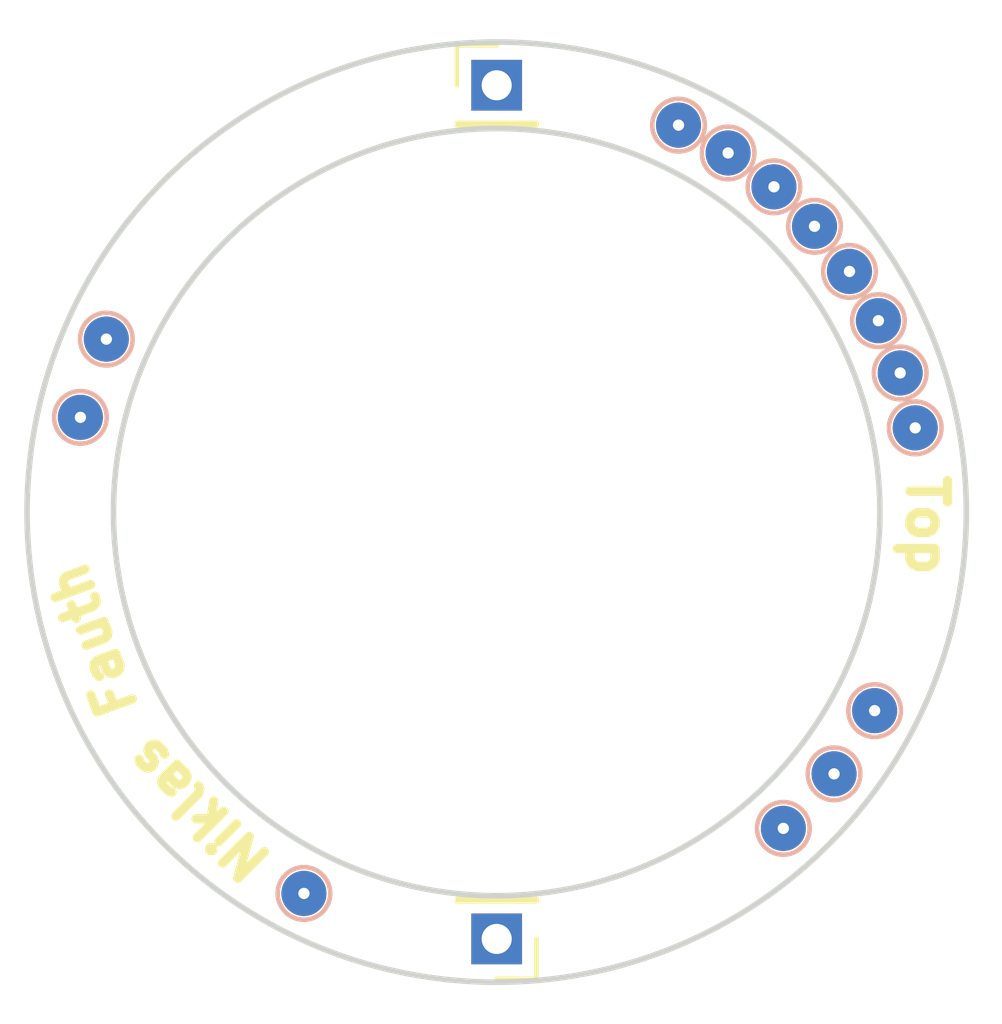
<source format=kicad_pcb>
(kicad_pcb (version 20171130) (host pcbnew 5.0.2-bee76a0~70~ubuntu18.04.1)

  (general
    (thickness 1)
    (drawings 5)
    (tracks 14)
    (zones 0)
    (modules 30)
    (nets 15)
  )

  (page A4)
  (layers
    (0 F.Cu signal)
    (31 B.Cu signal)
    (32 B.Adhes user)
    (33 F.Adhes user)
    (34 B.Paste user)
    (35 F.Paste user)
    (36 B.SilkS user)
    (37 F.SilkS user)
    (38 B.Mask user)
    (39 F.Mask user)
    (40 Dwgs.User user)
    (41 Cmts.User user)
    (42 Eco1.User user)
    (43 Eco2.User user)
    (44 Edge.Cuts user)
    (45 Margin user)
    (46 B.CrtYd user)
    (47 F.CrtYd user)
    (48 B.Fab user)
    (49 F.Fab user)
  )

  (setup
    (last_trace_width 0.089)
    (user_trace_width 0.089)
    (user_trace_width 0.1)
    (user_trace_width 0.2)
    (trace_clearance 0.088)
    (zone_clearance 0.508)
    (zone_45_only no)
    (trace_min 0.089)
    (segment_width 0.2)
    (edge_width 0.15)
    (via_size 0.45)
    (via_drill 0.2)
    (via_min_size 0.45)
    (via_min_drill 0.2)
    (uvia_size 0.3)
    (uvia_drill 0.1)
    (uvias_allowed no)
    (uvia_min_size 0.2)
    (uvia_min_drill 0.1)
    (pcb_text_width 0.3)
    (pcb_text_size 1.5 1.5)
    (mod_edge_width 0.15)
    (mod_text_size 0 0)
    (mod_text_width 0)
    (pad_size 1.2 1.2)
    (pad_drill 0)
    (pad_to_mask_clearance 0.051)
    (solder_mask_min_width 0.25)
    (aux_axis_origin 0 0)
    (visible_elements FFFFFF7F)
    (pcbplotparams
      (layerselection 0x010fc_ffffffff)
      (usegerberextensions true)
      (usegerberattributes false)
      (usegerberadvancedattributes false)
      (creategerberjobfile false)
      (excludeedgelayer true)
      (linewidth 0.100000)
      (plotframeref false)
      (viasonmask false)
      (mode 1)
      (useauxorigin false)
      (hpglpennumber 1)
      (hpglpenspeed 20)
      (hpglpendiameter 15.000000)
      (psnegative false)
      (psa4output false)
      (plotreference true)
      (plotvalue true)
      (plotinvisibletext false)
      (padsonsilk false)
      (subtractmaskfromsilk false)
      (outputformat 1)
      (mirror false)
      (drillshape 0)
      (scaleselection 1)
      (outputdirectory "gerber_ring"))
  )

  (net 0 "")
  (net 1 REFFET2_D2)
  (net 2 REFFET2_D1)
  (net 3 ISFET2_D1)
  (net 4 ISFET2_D2)
  (net 5 COIL)
  (net 6 ISFET2_D3)
  (net 7 ISFET2_D4)
  (net 8 REFFET2_D4)
  (net 9 REFFET2_D3)
  (net 10 +BATT)
  (net 11 GNDD)
  (net 12 "Net-(J15-Pad1)")
  (net 13 ELEC2)
  (net 14 O2_ELEC2)

  (net_class Default "This is the default net class."
    (clearance 0.088)
    (trace_width 0.089)
    (via_dia 0.45)
    (via_drill 0.2)
    (uvia_dia 0.3)
    (uvia_drill 0.1)
    (add_net +BATT)
    (add_net COIL)
    (add_net ELEC2)
    (add_net GNDD)
    (add_net ISFET2_D1)
    (add_net ISFET2_D2)
    (add_net ISFET2_D3)
    (add_net ISFET2_D4)
    (add_net "Net-(J15-Pad1)")
    (add_net O2_ELEC2)
    (add_net REFFET2_D1)
    (add_net REFFET2_D2)
    (add_net REFFET2_D3)
    (add_net REFFET2_D4)
  )

  (module Connector_PinHeader_2.00mm:PinHeader_1x01_P2.00mm_Vertical (layer F.Cu) (tedit 5CDB68A7) (tstamp 5D29CE92)
    (at 110 91.35 180)
    (descr "Through hole straight pin header, 1x01, 2.00mm pitch, single row")
    (tags "Through hole pin header THT 1x01 2.00mm single row")
    (fp_text reference REF** (at 0 -2.06 180) (layer F.SilkS) hide
      (effects (font (size 1 1) (thickness 0.15)))
    )
    (fp_text value PinHeader_1x01_P2.00mm_Vertical (at 0 2.06 180) (layer F.Fab)
      (effects (font (size 1 1) (thickness 0.15)))
    )
    (fp_line (start -0.5 -1) (end 1 -1) (layer F.Fab) (width 0.1))
    (fp_line (start 1 -1) (end 1 1) (layer F.Fab) (width 0.1))
    (fp_line (start 1 1) (end -1 1) (layer F.Fab) (width 0.1))
    (fp_line (start -1 1) (end -1 -0.5) (layer F.Fab) (width 0.1))
    (fp_line (start -1 -0.5) (end -0.5 -1) (layer F.Fab) (width 0.1))
    (fp_line (start -1.06 1.06) (end 1.06 1.06) (layer F.SilkS) (width 0.12))
    (fp_line (start -1.06 1) (end -1.06 1.06) (layer F.SilkS) (width 0.12))
    (fp_line (start 1.06 1) (end 1.06 1.06) (layer F.SilkS) (width 0.12))
    (fp_line (start -1.06 1) (end 1.06 1) (layer F.SilkS) (width 0.12))
    (fp_line (start -1.06 0) (end -1.06 -1.06) (layer F.SilkS) (width 0.12))
    (fp_line (start -1.06 -1.06) (end 0 -1.06) (layer F.SilkS) (width 0.12))
    (fp_line (start -1.5 -1.5) (end -1.5 1.5) (layer F.CrtYd) (width 0.05))
    (fp_line (start -1.5 1.5) (end 1.5 1.5) (layer F.CrtYd) (width 0.05))
    (fp_line (start 1.5 1.5) (end 1.5 -1.5) (layer F.CrtYd) (width 0.05))
    (fp_line (start 1.5 -1.5) (end -1.5 -1.5) (layer F.CrtYd) (width 0.05))
    (fp_text user %R (at 0 0 270) (layer F.Fab)
      (effects (font (size 1 1) (thickness 0.15)))
    )
    (pad 1 thru_hole rect (at 0 0 180) (size 1.35 1.35) (drill 0.8) (layers *.Cu *.Mask))
    (model ${KISYS3DMOD}/Connector_PinHeader_2.00mm.3dshapes/PinHeader_1x01_P2.00mm_Vertical.wrl
      (at (xyz 0 0 0))
      (scale (xyz 1 1 1))
      (rotate (xyz 0 0 0))
    )
  )

  (module TestPoint:TestPoint_Pad_D1.0mm (layer F.Cu) (tedit 5A0F774F) (tstamp 5D28537F)
    (at 98.92 77.48)
    (descr "SMD pad as test Point, diameter 1.0mm")
    (tags "test point SMD pad")
    (path /5CE0F070)
    (attr virtual)
    (fp_text reference J13 (at 0 -1.448) (layer F.SilkS)
      (effects (font (size 0 0) (thickness 0.15)))
    )
    (fp_text value PAD (at 0 1.55) (layer F.Fab)
      (effects (font (size 1 1) (thickness 0.15)))
    )
    (fp_text user %R (at 0 -1.45) (layer F.Fab)
      (effects (font (size 1 1) (thickness 0.15)))
    )
    (fp_circle (center 0 0) (end 1 0) (layer F.CrtYd) (width 0.05))
    (fp_circle (center 0 0) (end 0 0.7) (layer F.SilkS) (width 0.12))
    (pad 1 smd circle (at 0 0) (size 1.2 1.2) (layers F.Cu F.Paste F.Mask))
  )

  (module TestPoint:TestPoint_Pad_D1.0mm (layer F.Cu) (tedit 5A0F774F) (tstamp 5D285378)
    (at 116.16 70.45 315)
    (descr "SMD pad as test Point, diameter 1.0mm")
    (tags "test point SMD pad")
    (path /5CEF728D)
    (attr virtual)
    (fp_text reference J9 (at 0 -1.448001 315) (layer F.SilkS)
      (effects (font (size 0 0) (thickness 0.15)))
    )
    (fp_text value PAD (at 0 1.550001 315) (layer F.Fab)
      (effects (font (size 1 1) (thickness 0.15)))
    )
    (fp_text user %R (at 0 -1.45 315) (layer F.Fab)
      (effects (font (size 1 1) (thickness 0.15)))
    )
    (fp_circle (center 0 0) (end 1 0) (layer F.CrtYd) (width 0.05))
    (fp_circle (center 0 0) (end 0 0.7) (layer F.SilkS) (width 0.12))
    (pad 1 smd circle (at 0 0 315) (size 1.2 1.2) (layers F.Cu F.Paste F.Mask))
  )

  (module TestPoint:TestPoint_Pad_D1.0mm (layer F.Cu) (tedit 5A0F774F) (tstamp 5D285371)
    (at 117.63 88.41)
    (descr "SMD pad as test Point, diameter 1.0mm")
    (tags "test point SMD pad")
    (path /5CDD938E)
    (attr virtual)
    (fp_text reference J16 (at 0 -1.448) (layer F.SilkS)
      (effects (font (size 0 0) (thickness 0.15)))
    )
    (fp_text value PAD (at 0 1.55) (layer F.Fab)
      (effects (font (size 1 1) (thickness 0.15)))
    )
    (fp_text user %R (at 0 -1.45) (layer F.Fab)
      (effects (font (size 1 1) (thickness 0.15)))
    )
    (fp_circle (center 0 0) (end 1 0) (layer F.CrtYd) (width 0.05))
    (fp_circle (center 0 0) (end 0 0.7) (layer F.SilkS) (width 0.12))
    (pad 1 smd circle (at 0 0) (size 1.2 1.2) (layers F.Cu F.Paste F.Mask))
  )

  (module TestPoint:TestPoint_Pad_D1.0mm (layer F.Cu) (tedit 5CDB6909) (tstamp 5D28536A)
    (at 114.84 69.71 315)
    (descr "SMD pad as test Point, diameter 1.0mm")
    (tags "test point SMD pad")
    (path /5CEF7315)
    (attr virtual)
    (fp_text reference J10 (at 0 -1.448001 315) (layer F.SilkS)
      (effects (font (size 0 0) (thickness 0.15)))
    )
    (fp_text value PAD (at 0 1.550001 315) (layer F.Fab)
      (effects (font (size 1 1) (thickness 0.15)))
    )
    (fp_circle (center 0 0) (end 0 0.7) (layer F.SilkS) (width 0.12))
    (fp_circle (center 0 0) (end 1 0) (layer F.CrtYd) (width 0.05))
    (fp_text user %R (at 0 -1.45 315) (layer F.Fab)
      (effects (font (size 1 1) (thickness 0.15)))
    )
    (pad 1 smd circle (at 0 0 315) (size 1.2 1.2) (layers F.Cu F.Paste F.Mask))
  )

  (module TestPoint:TestPoint_Pad_D1.0mm (layer F.Cu) (tedit 5A0F774F) (tstamp 5D285363)
    (at 104.87 90.14)
    (descr "SMD pad as test Point, diameter 1.0mm")
    (tags "test point SMD pad")
    (path /5CDEB415)
    (attr virtual)
    (fp_text reference J15 (at 0 -1.448) (layer F.SilkS)
      (effects (font (size 0 0) (thickness 0.15)))
    )
    (fp_text value PAD (at 0 1.55) (layer F.Fab)
      (effects (font (size 1 1) (thickness 0.15)))
    )
    (fp_circle (center 0 0) (end 0 0.7) (layer F.SilkS) (width 0.12))
    (fp_circle (center 0 0) (end 1 0) (layer F.CrtYd) (width 0.05))
    (fp_text user %R (at 0 -1.45) (layer F.Fab)
      (effects (font (size 1 1) (thickness 0.15)))
    )
    (pad 1 smd circle (at 0 0) (size 1.2 1.2) (layers F.Cu F.Paste F.Mask))
  )

  (module TestPoint:TestPoint_Pad_D1.0mm (layer F.Cu) (tedit 5A0F774F) (tstamp 5D28535C)
    (at 99.61 75.4)
    (descr "SMD pad as test Point, diameter 1.0mm")
    (tags "test point SMD pad")
    (path /5CDFD244)
    (attr virtual)
    (fp_text reference J14 (at 0 -1.448) (layer F.SilkS)
      (effects (font (size 0 0) (thickness 0.15)))
    )
    (fp_text value PAD (at 0 1.55) (layer F.Fab)
      (effects (font (size 1 1) (thickness 0.15)))
    )
    (fp_circle (center 0 0) (end 0 0.7) (layer F.SilkS) (width 0.12))
    (fp_circle (center 0 0) (end 1 0) (layer F.CrtYd) (width 0.05))
    (fp_text user %R (at 0 -1.45) (layer F.Fab)
      (effects (font (size 1 1) (thickness 0.15)))
    )
    (pad 1 smd circle (at 0 0) (size 1.2 1.2) (layers F.Cu F.Paste F.Mask))
  )

  (module TestPoint:TestPoint_Pad_D1.0mm (layer F.Cu) (tedit 5A0F774F) (tstamp 5D285355)
    (at 120.74 76.3 315)
    (descr "SMD pad as test Point, diameter 1.0mm")
    (tags "test point SMD pad")
    (path /5CEF6C5D)
    (attr virtual)
    (fp_text reference J2 (at 0 -1.448001 315) (layer F.SilkS)
      (effects (font (size 0 0) (thickness 0.15)))
    )
    (fp_text value PAD (at 0 1.550001 315) (layer F.Fab)
      (effects (font (size 1 1) (thickness 0.15)))
    )
    (fp_circle (center 0 0) (end 0 0.7) (layer F.SilkS) (width 0.12))
    (fp_circle (center 0 0) (end 1 0) (layer F.CrtYd) (width 0.05))
    (fp_text user %R (at 0 -1.45 315) (layer F.Fab)
      (effects (font (size 1 1) (thickness 0.15)))
    )
    (pad 1 smd circle (at 0 0 315) (size 1.2 1.2) (layers F.Cu F.Paste F.Mask))
  )

  (module TestPoint:TestPoint_Pad_D1.0mm (layer F.Cu) (tedit 5A0F774F) (tstamp 5D28534E)
    (at 120.16 74.91 315)
    (descr "SMD pad as test Point, diameter 1.0mm")
    (tags "test point SMD pad")
    (path /5CEF6CDF)
    (attr virtual)
    (fp_text reference J3 (at 0 -1.448001 315) (layer F.SilkS)
      (effects (font (size 0 0) (thickness 0.15)))
    )
    (fp_text value PAD (at 0 1.550001 315) (layer F.Fab)
      (effects (font (size 1 1) (thickness 0.15)))
    )
    (fp_circle (center 0 0) (end 0 0.7) (layer F.SilkS) (width 0.12))
    (fp_circle (center 0 0) (end 1 0) (layer F.CrtYd) (width 0.05))
    (fp_text user %R (at 0 -1.45 315) (layer F.Fab)
      (effects (font (size 1 1) (thickness 0.15)))
    )
    (pad 1 smd circle (at 0 0 315) (size 1.2 1.2) (layers F.Cu F.Paste F.Mask))
  )

  (module TestPoint:TestPoint_Pad_D1.0mm (layer F.Cu) (tedit 5A0F774F) (tstamp 5D285347)
    (at 119.39 73.6 315)
    (descr "SMD pad as test Point, diameter 1.0mm")
    (tags "test point SMD pad")
    (path /5CEF6D5F)
    (attr virtual)
    (fp_text reference J4 (at 0 -1.448001 315) (layer F.SilkS)
      (effects (font (size 0 0) (thickness 0.15)))
    )
    (fp_text value PAD (at 0 1.550001 315) (layer F.Fab)
      (effects (font (size 1 1) (thickness 0.15)))
    )
    (fp_text user %R (at 0 -1.45 315) (layer F.Fab)
      (effects (font (size 1 1) (thickness 0.15)))
    )
    (fp_circle (center 0 0) (end 1 0) (layer F.CrtYd) (width 0.05))
    (fp_circle (center 0 0) (end 0 0.7) (layer F.SilkS) (width 0.12))
    (pad 1 smd circle (at 0 0 315) (size 1.2 1.2) (layers F.Cu F.Paste F.Mask))
  )

  (module TestPoint:TestPoint_Pad_D1.0mm (layer F.Cu) (tedit 5A0F774F) (tstamp 5D285340)
    (at 118.98 86.96)
    (descr "SMD pad as test Point, diameter 1.0mm")
    (tags "test point SMD pad")
    (path /5CF40568)
    (attr virtual)
    (fp_text reference J6 (at 0 -1.448) (layer F.SilkS)
      (effects (font (size 0 0) (thickness 0.15)))
    )
    (fp_text value PAD (at 0 1.55) (layer F.Fab)
      (effects (font (size 1 1) (thickness 0.15)))
    )
    (fp_text user %R (at 0 -1.45) (layer F.Fab)
      (effects (font (size 1 1) (thickness 0.15)))
    )
    (fp_circle (center 0 0) (end 1 0) (layer F.CrtYd) (width 0.05))
    (fp_circle (center 0 0) (end 0 0.7) (layer F.SilkS) (width 0.12))
    (pad 1 smd circle (at 0 0) (size 1.2 1.2) (layers F.Cu F.Paste F.Mask))
  )

  (module TestPoint:TestPoint_Pad_D1.0mm (layer F.Cu) (tedit 5A0F774F) (tstamp 5D285339)
    (at 118.46 72.4 315)
    (descr "SMD pad as test Point, diameter 1.0mm")
    (tags "test point SMD pad")
    (path /5CEF7189)
    (attr virtual)
    (fp_text reference J5 (at 0 -1.448001 315) (layer F.SilkS)
      (effects (font (size 0 0) (thickness 0.15)))
    )
    (fp_text value PAD (at 0 1.550001 315) (layer F.Fab)
      (effects (font (size 1 1) (thickness 0.15)))
    )
    (fp_circle (center 0 0) (end 0 0.7) (layer F.SilkS) (width 0.12))
    (fp_circle (center 0 0) (end 1 0) (layer F.CrtYd) (width 0.05))
    (fp_text user %R (at 0 -1.45 315) (layer F.Fab)
      (effects (font (size 1 1) (thickness 0.15)))
    )
    (pad 1 smd circle (at 0 0 315) (size 1.2 1.2) (layers F.Cu F.Paste F.Mask))
  )

  (module TestPoint:TestPoint_Pad_D1.0mm (layer F.Cu) (tedit 5A0F774F) (tstamp 5D285332)
    (at 120.06 85.28)
    (descr "SMD pad as test Point, diameter 1.0mm")
    (tags "test point SMD pad")
    (path /5CF39F50)
    (attr virtual)
    (fp_text reference J8 (at 0 -1.448) (layer F.SilkS)
      (effects (font (size 0 0) (thickness 0.15)))
    )
    (fp_text value PAD (at 0 1.55) (layer F.Fab)
      (effects (font (size 1 1) (thickness 0.15)))
    )
    (fp_circle (center 0 0) (end 0 0.7) (layer F.SilkS) (width 0.12))
    (fp_circle (center 0 0) (end 1 0) (layer F.CrtYd) (width 0.05))
    (fp_text user %R (at 0 -1.45) (layer F.Fab)
      (effects (font (size 1 1) (thickness 0.15)))
    )
    (pad 1 smd circle (at 0 0) (size 1.2 1.2) (layers F.Cu F.Paste F.Mask))
  )

  (module TestPoint:TestPoint_Pad_D1.0mm (layer F.Cu) (tedit 5CDB665D) (tstamp 5D28532B)
    (at 121.14 77.76 315)
    (descr "SMD pad as test Point, diameter 1.0mm")
    (tags "test point SMD pad")
    (path /5CEF6AD6)
    (attr virtual)
    (fp_text reference J1 (at 0 -1.448001 315) (layer F.SilkS)
      (effects (font (size 0 0) (thickness 0.15)))
    )
    (fp_text value PAD (at 0 1.550001 315) (layer F.Fab)
      (effects (font (size 1 1) (thickness 0.15)))
    )
    (fp_text user %R (at 0 -1.45 315) (layer F.Fab)
      (effects (font (size 1 1) (thickness 0.15)))
    )
    (fp_circle (center 0 0) (end 1 0) (layer F.CrtYd) (width 0.05))
    (fp_circle (center 0 0) (end 0 0.7) (layer F.SilkS) (width 0.12))
    (pad 1 smd circle (at 0 0 315) (size 1.2 1.2) (layers F.Cu F.Paste F.Mask))
  )

  (module TestPoint:TestPoint_Pad_D1.0mm (layer F.Cu) (tedit 5A0F774F) (tstamp 5D285324)
    (at 117.38 71.35 315)
    (descr "SMD pad as test Point, diameter 1.0mm")
    (tags "test point SMD pad")
    (path /5CEF7207)
    (attr virtual)
    (fp_text reference J7 (at 0 -1.448001 315) (layer F.SilkS)
      (effects (font (size 0 0) (thickness 0.15)))
    )
    (fp_text value PAD (at 0 1.550001 315) (layer F.Fab)
      (effects (font (size 1 1) (thickness 0.15)))
    )
    (fp_text user %R (at 0 -1.45 315) (layer F.Fab)
      (effects (font (size 1 1) (thickness 0.15)))
    )
    (fp_circle (center 0 0) (end 1 0) (layer F.CrtYd) (width 0.05))
    (fp_circle (center 0 0) (end 0 0.7) (layer F.SilkS) (width 0.12))
    (pad 1 smd circle (at 0 0 315) (size 1.2 1.2) (layers F.Cu F.Paste F.Mask))
  )

  (module TestPoint:TestPoint_Pad_D1.0mm (layer B.Cu) (tedit 5CDB665D) (tstamp 5CE032C4)
    (at 121.14 77.76 45)
    (descr "SMD pad as test Point, diameter 1.0mm")
    (tags "test point SMD pad")
    (path /5CEF6AD6)
    (attr virtual)
    (fp_text reference J1 (at 0 1.448 45) (layer B.SilkS)
      (effects (font (size 0 0) (thickness 0.15)) (justify mirror))
    )
    (fp_text value PAD (at 0 -1.55 45) (layer B.Fab)
      (effects (font (size 1 1) (thickness 0.15)) (justify mirror))
    )
    (fp_circle (center 0 0) (end 0 -0.7) (layer B.SilkS) (width 0.12))
    (fp_circle (center 0 0) (end 1 0) (layer B.CrtYd) (width 0.05))
    (fp_text user %R (at 0 1.45 45) (layer B.Fab)
      (effects (font (size 1 1) (thickness 0.15)) (justify mirror))
    )
    (pad 1 smd circle (at 0 0 45) (size 1.2 1.2) (layers B.Cu B.Mask)
      (net 2 REFFET2_D1))
  )

  (module TestPoint:TestPoint_Pad_D1.0mm (layer B.Cu) (tedit 5A0F774F) (tstamp 5CF1616C)
    (at 98.92 77.48)
    (descr "SMD pad as test Point, diameter 1.0mm")
    (tags "test point SMD pad")
    (path /5CE0F070)
    (attr virtual)
    (fp_text reference J13 (at 0 1.448) (layer B.SilkS)
      (effects (font (size 0 0) (thickness 0.15)) (justify mirror))
    )
    (fp_text value PAD (at 0 -1.55) (layer B.Fab)
      (effects (font (size 1 1) (thickness 0.15)) (justify mirror))
    )
    (fp_circle (center 0 0) (end 0 -0.7) (layer B.SilkS) (width 0.12))
    (fp_circle (center 0 0) (end 1 0) (layer B.CrtYd) (width 0.05))
    (fp_text user %R (at 0 1.45) (layer B.Fab)
      (effects (font (size 1 1) (thickness 0.15)) (justify mirror))
    )
    (pad 1 smd circle (at 0 0) (size 1.2 1.2) (layers B.Cu B.Mask)
      (net 13 ELEC2))
  )

  (module TestPoint:TestPoint_Pad_D1.0mm (layer B.Cu) (tedit 5A0F774F) (tstamp 5CF16164)
    (at 104.87 90.14)
    (descr "SMD pad as test Point, diameter 1.0mm")
    (tags "test point SMD pad")
    (path /5CDEB415)
    (attr virtual)
    (fp_text reference J15 (at 0 1.448) (layer B.SilkS)
      (effects (font (size 0 0) (thickness 0.15)) (justify mirror))
    )
    (fp_text value PAD (at 0 -1.55) (layer B.Fab)
      (effects (font (size 1 1) (thickness 0.15)) (justify mirror))
    )
    (fp_text user %R (at 0 1.45) (layer B.Fab)
      (effects (font (size 1 1) (thickness 0.15)) (justify mirror))
    )
    (fp_circle (center 0 0) (end 1 0) (layer B.CrtYd) (width 0.05))
    (fp_circle (center 0 0) (end 0 -0.7) (layer B.SilkS) (width 0.12))
    (pad 1 smd circle (at 0 0) (size 1.2 1.2) (layers B.Cu B.Mask)
      (net 12 "Net-(J15-Pad1)"))
  )

  (module TestPoint:TestPoint_Pad_D1.0mm (layer B.Cu) (tedit 5A0F774F) (tstamp 5CF1615C)
    (at 117.63 88.41)
    (descr "SMD pad as test Point, diameter 1.0mm")
    (tags "test point SMD pad")
    (path /5CDD938E)
    (attr virtual)
    (fp_text reference J16 (at 0 1.448) (layer B.SilkS)
      (effects (font (size 0 0) (thickness 0.15)) (justify mirror))
    )
    (fp_text value PAD (at 0 -1.55) (layer B.Fab)
      (effects (font (size 1 1) (thickness 0.15)) (justify mirror))
    )
    (fp_circle (center 0 0) (end 0 -0.7) (layer B.SilkS) (width 0.12))
    (fp_circle (center 0 0) (end 1 0) (layer B.CrtYd) (width 0.05))
    (fp_text user %R (at 0 1.45) (layer B.Fab)
      (effects (font (size 1 1) (thickness 0.15)) (justify mirror))
    )
    (pad 1 smd circle (at 0 0) (size 1.2 1.2) (layers B.Cu B.Mask)
      (net 11 GNDD))
  )

  (module TestPoint:TestPoint_Pad_D1.0mm (layer B.Cu) (tedit 5A0F774F) (tstamp 5CF16146)
    (at 99.61 75.4)
    (descr "SMD pad as test Point, diameter 1.0mm")
    (tags "test point SMD pad")
    (path /5CDFD244)
    (attr virtual)
    (fp_text reference J14 (at 0 1.448) (layer B.SilkS)
      (effects (font (size 0 0) (thickness 0.15)) (justify mirror))
    )
    (fp_text value PAD (at 0 -1.55) (layer B.Fab)
      (effects (font (size 1 1) (thickness 0.15)) (justify mirror))
    )
    (fp_text user %R (at 0 1.45) (layer B.Fab)
      (effects (font (size 1 1) (thickness 0.15)) (justify mirror))
    )
    (fp_circle (center 0 0) (end 1 0) (layer B.CrtYd) (width 0.05))
    (fp_circle (center 0 0) (end 0 -0.7) (layer B.SilkS) (width 0.12))
    (pad 1 smd circle (at 0 0) (size 1.2 1.2) (layers B.Cu B.Mask)
      (net 14 O2_ELEC2))
  )

  (module TestPoint:TestPoint_Pad_D1.0mm (layer B.Cu) (tedit 5A0F774F) (tstamp 5CE03304)
    (at 118.98 86.96)
    (descr "SMD pad as test Point, diameter 1.0mm")
    (tags "test point SMD pad")
    (path /5CF40568)
    (attr virtual)
    (fp_text reference J6 (at 0 1.448) (layer B.SilkS)
      (effects (font (size 0 0) (thickness 0.15)) (justify mirror))
    )
    (fp_text value PAD (at 0 -1.55) (layer B.Fab)
      (effects (font (size 1 1) (thickness 0.15)) (justify mirror))
    )
    (fp_circle (center 0 0) (end 0 -0.7) (layer B.SilkS) (width 0.12))
    (fp_circle (center 0 0) (end 1 0) (layer B.CrtYd) (width 0.05))
    (fp_text user %R (at 0 1.45) (layer B.Fab)
      (effects (font (size 1 1) (thickness 0.15)) (justify mirror))
    )
    (pad 1 smd circle (at 0 0) (size 1.2 1.2) (layers B.Cu B.Mask)
      (net 10 +BATT))
  )

  (module TestPoint:TestPoint_Pad_D1.0mm (layer B.Cu) (tedit 5A0F774F) (tstamp 5CE032FC)
    (at 120.16 74.91 45)
    (descr "SMD pad as test Point, diameter 1.0mm")
    (tags "test point SMD pad")
    (path /5CEF6CDF)
    (attr virtual)
    (fp_text reference J3 (at 0 1.448 45) (layer B.SilkS)
      (effects (font (size 0 0) (thickness 0.15)) (justify mirror))
    )
    (fp_text value PAD (at 0 -1.55 45) (layer B.Fab)
      (effects (font (size 1 1) (thickness 0.15)) (justify mirror))
    )
    (fp_text user %R (at 0 1.45 45) (layer B.Fab)
      (effects (font (size 1 1) (thickness 0.15)) (justify mirror))
    )
    (fp_circle (center 0 0) (end 1 0) (layer B.CrtYd) (width 0.05))
    (fp_circle (center 0 0) (end 0 -0.7) (layer B.SilkS) (width 0.12))
    (pad 1 smd circle (at 0 0 45) (size 1.2 1.2) (layers B.Cu B.Mask)
      (net 9 REFFET2_D3))
  )

  (module TestPoint:TestPoint_Pad_D1.0mm (layer B.Cu) (tedit 5A0F774F) (tstamp 5CE032F4)
    (at 119.39 73.6 45)
    (descr "SMD pad as test Point, diameter 1.0mm")
    (tags "test point SMD pad")
    (path /5CEF6D5F)
    (attr virtual)
    (fp_text reference J4 (at 0 1.448 45) (layer B.SilkS)
      (effects (font (size 0 0) (thickness 0.15)) (justify mirror))
    )
    (fp_text value PAD (at 0 -1.55 45) (layer B.Fab)
      (effects (font (size 1 1) (thickness 0.15)) (justify mirror))
    )
    (fp_circle (center 0 0) (end 0 -0.7) (layer B.SilkS) (width 0.12))
    (fp_circle (center 0 0) (end 1 0) (layer B.CrtYd) (width 0.05))
    (fp_text user %R (at 0 1.45 45) (layer B.Fab)
      (effects (font (size 1 1) (thickness 0.15)) (justify mirror))
    )
    (pad 1 smd circle (at 0 0 45) (size 1.2 1.2) (layers B.Cu B.Mask)
      (net 8 REFFET2_D4))
  )

  (module TestPoint:TestPoint_Pad_D1.0mm (layer B.Cu) (tedit 5A0F774F) (tstamp 5CE032EC)
    (at 118.46 72.4 45)
    (descr "SMD pad as test Point, diameter 1.0mm")
    (tags "test point SMD pad")
    (path /5CEF7189)
    (attr virtual)
    (fp_text reference J5 (at 0 1.448 45) (layer B.SilkS)
      (effects (font (size 0 0) (thickness 0.15)) (justify mirror))
    )
    (fp_text value PAD (at 0 -1.55 45) (layer B.Fab)
      (effects (font (size 1 1) (thickness 0.15)) (justify mirror))
    )
    (fp_text user %R (at 0 1.45 45) (layer B.Fab)
      (effects (font (size 1 1) (thickness 0.15)) (justify mirror))
    )
    (fp_circle (center 0 0) (end 1 0) (layer B.CrtYd) (width 0.05))
    (fp_circle (center 0 0) (end 0 -0.7) (layer B.SilkS) (width 0.12))
    (pad 1 smd circle (at 0 0 45) (size 1.2 1.2) (layers B.Cu B.Mask)
      (net 7 ISFET2_D4))
  )

  (module TestPoint:TestPoint_Pad_D1.0mm (layer B.Cu) (tedit 5A0F774F) (tstamp 5CE032E4)
    (at 117.38 71.35 45)
    (descr "SMD pad as test Point, diameter 1.0mm")
    (tags "test point SMD pad")
    (path /5CEF7207)
    (attr virtual)
    (fp_text reference J7 (at 0 1.448 45) (layer B.SilkS)
      (effects (font (size 0 0) (thickness 0.15)) (justify mirror))
    )
    (fp_text value PAD (at 0 -1.55 45) (layer B.Fab)
      (effects (font (size 1 1) (thickness 0.15)) (justify mirror))
    )
    (fp_circle (center 0 0) (end 0 -0.7) (layer B.SilkS) (width 0.12))
    (fp_circle (center 0 0) (end 1 0) (layer B.CrtYd) (width 0.05))
    (fp_text user %R (at 0 1.45 45) (layer B.Fab)
      (effects (font (size 1 1) (thickness 0.15)) (justify mirror))
    )
    (pad 1 smd circle (at 0 0 45) (size 1.2 1.2) (layers B.Cu B.Mask)
      (net 6 ISFET2_D3))
  )

  (module TestPoint:TestPoint_Pad_D1.0mm (layer B.Cu) (tedit 5A0F774F) (tstamp 5CE032DC)
    (at 120.06 85.28)
    (descr "SMD pad as test Point, diameter 1.0mm")
    (tags "test point SMD pad")
    (path /5CF39F50)
    (attr virtual)
    (fp_text reference J8 (at 0 1.448) (layer B.SilkS)
      (effects (font (size 0 0) (thickness 0.15)) (justify mirror))
    )
    (fp_text value PAD (at 0 -1.55) (layer B.Fab)
      (effects (font (size 1 1) (thickness 0.15)) (justify mirror))
    )
    (fp_text user %R (at 0 1.45) (layer B.Fab)
      (effects (font (size 1 1) (thickness 0.15)) (justify mirror))
    )
    (fp_circle (center 0 0) (end 1 0) (layer B.CrtYd) (width 0.05))
    (fp_circle (center 0 0) (end 0 -0.7) (layer B.SilkS) (width 0.12))
    (pad 1 smd circle (at 0 0) (size 1.2 1.2) (layers B.Cu B.Mask)
      (net 5 COIL))
  )

  (module TestPoint:TestPoint_Pad_D1.0mm (layer B.Cu) (tedit 5A0F774F) (tstamp 5CE032D4)
    (at 116.16 70.45 45)
    (descr "SMD pad as test Point, diameter 1.0mm")
    (tags "test point SMD pad")
    (path /5CEF728D)
    (attr virtual)
    (fp_text reference J9 (at 0 1.448 45) (layer B.SilkS)
      (effects (font (size 0 0) (thickness 0.15)) (justify mirror))
    )
    (fp_text value PAD (at 0 -1.55 45) (layer B.Fab)
      (effects (font (size 1 1) (thickness 0.15)) (justify mirror))
    )
    (fp_circle (center 0 0) (end 0 -0.7) (layer B.SilkS) (width 0.12))
    (fp_circle (center 0 0) (end 1 0) (layer B.CrtYd) (width 0.05))
    (fp_text user %R (at 0 1.45 45) (layer B.Fab)
      (effects (font (size 1 1) (thickness 0.15)) (justify mirror))
    )
    (pad 1 smd circle (at 0 0 45) (size 1.2 1.2) (layers B.Cu B.Mask)
      (net 4 ISFET2_D2))
  )

  (module TestPoint:TestPoint_Pad_D1.0mm (layer B.Cu) (tedit 5A0F774F) (tstamp 5CE032CC)
    (at 114.84 69.71 45)
    (descr "SMD pad as test Point, diameter 1.0mm")
    (tags "test point SMD pad")
    (path /5CEF7315)
    (attr virtual)
    (fp_text reference J10 (at 0 1.448 45) (layer B.SilkS)
      (effects (font (size 0 0) (thickness 0.15)) (justify mirror))
    )
    (fp_text value PAD (at 0 -1.55 45) (layer B.Fab)
      (effects (font (size 1 1) (thickness 0.15)) (justify mirror))
    )
    (fp_text user %R (at 0 1.45 45) (layer B.Fab)
      (effects (font (size 1 1) (thickness 0.15)) (justify mirror))
    )
    (fp_circle (center 0 0) (end 1 0) (layer B.CrtYd) (width 0.05))
    (fp_circle (center 0 0) (end 0 -0.7) (layer B.SilkS) (width 0.12))
    (pad 1 smd circle (at 0 0 45) (size 1.2 1.2) (layers B.Cu B.Mask)
      (net 3 ISFET2_D1))
  )

  (module TestPoint:TestPoint_Pad_D1.0mm (layer B.Cu) (tedit 5A0F774F) (tstamp 5CE032BC)
    (at 120.74 76.3 45)
    (descr "SMD pad as test Point, diameter 1.0mm")
    (tags "test point SMD pad")
    (path /5CEF6C5D)
    (attr virtual)
    (fp_text reference J2 (at 0 1.448 45) (layer B.SilkS)
      (effects (font (size 0 0) (thickness 0.15)) (justify mirror))
    )
    (fp_text value PAD (at 0 -1.55 45) (layer B.Fab)
      (effects (font (size 1 1) (thickness 0.15)) (justify mirror))
    )
    (fp_text user %R (at 0 1.45 45) (layer B.Fab)
      (effects (font (size 1 1) (thickness 0.15)) (justify mirror))
    )
    (fp_circle (center 0 0) (end 1 0) (layer B.CrtYd) (width 0.05))
    (fp_circle (center 0 0) (end 0 -0.7) (layer B.SilkS) (width 0.12))
    (pad 1 smd circle (at 0 0 45) (size 1.2 1.2) (layers B.Cu B.Mask)
      (net 1 REFFET2_D2))
  )

  (module Connector_PinHeader_2.00mm:PinHeader_1x01_P2.00mm_Vertical (layer F.Cu) (tedit 5CDB68A9) (tstamp 5D29CE90)
    (at 110 68.65)
    (descr "Through hole straight pin header, 1x01, 2.00mm pitch, single row")
    (tags "Through hole pin header THT 1x01 2.00mm single row")
    (fp_text reference REF** (at 0 -2.06) (layer F.SilkS) hide
      (effects (font (size 1 1) (thickness 0.15)))
    )
    (fp_text value PinHeader_1x01_P2.00mm_Vertical (at 0 2.06) (layer F.Fab)
      (effects (font (size 1 1) (thickness 0.15)))
    )
    (fp_text user %R (at 0 0 90) (layer F.Fab)
      (effects (font (size 1 1) (thickness 0.15)))
    )
    (fp_line (start 1.5 -1.5) (end -1.5 -1.5) (layer F.CrtYd) (width 0.05))
    (fp_line (start 1.5 1.5) (end 1.5 -1.5) (layer F.CrtYd) (width 0.05))
    (fp_line (start -1.5 1.5) (end 1.5 1.5) (layer F.CrtYd) (width 0.05))
    (fp_line (start -1.5 -1.5) (end -1.5 1.5) (layer F.CrtYd) (width 0.05))
    (fp_line (start -1.06 -1.06) (end 0 -1.06) (layer F.SilkS) (width 0.12))
    (fp_line (start -1.06 0) (end -1.06 -1.06) (layer F.SilkS) (width 0.12))
    (fp_line (start -1.06 1) (end 1.06 1) (layer F.SilkS) (width 0.12))
    (fp_line (start 1.06 1) (end 1.06 1.06) (layer F.SilkS) (width 0.12))
    (fp_line (start -1.06 1) (end -1.06 1.06) (layer F.SilkS) (width 0.12))
    (fp_line (start -1.06 1.06) (end 1.06 1.06) (layer F.SilkS) (width 0.12))
    (fp_line (start -1 -0.5) (end -0.5 -1) (layer F.Fab) (width 0.1))
    (fp_line (start -1 1) (end -1 -0.5) (layer F.Fab) (width 0.1))
    (fp_line (start 1 1) (end -1 1) (layer F.Fab) (width 0.1))
    (fp_line (start 1 -1) (end 1 1) (layer F.Fab) (width 0.1))
    (fp_line (start -0.5 -1) (end 1 -1) (layer F.Fab) (width 0.1))
    (pad 1 thru_hole rect (at 0 0) (size 1.35 1.35) (drill 0.8) (layers *.Cu *.Mask))
    (model ${KISYS3DMOD}/Connector_PinHeader_2.00mm.3dshapes/PinHeader_1x01_P2.00mm_Vertical.wrl
      (at (xyz 0 0 0))
      (scale (xyz 1 1 1))
      (rotate (xyz 0 0 0))
    )
  )

  (gr_text Fauth (at 99.25 83.4 110) (layer F.SilkS) (tstamp 5D29CF46)
    (effects (font (size 1 1) (thickness 0.25)))
  )
  (gr_text Niklas (at 102.05 87.9 135) (layer F.SilkS) (tstamp 5D29CF3D)
    (effects (font (size 1 1) (thickness 0.25)))
  )
  (gr_text Top (at 121.45 80.35 270) (layer F.SilkS)
    (effects (font (size 1 1) (thickness 0.25)))
  )
  (gr_circle (center 110 80) (end 120.2 80) (layer Edge.Cuts) (width 0.15))
  (gr_circle (center 110 80) (end 122.5 80) (layer Edge.Cuts) (width 0.15))

  (via (at 114.84 69.71) (size 0.45) (drill 0.3) (layers F.Cu B.Cu) (net 0))
  (via (at 116.16 70.45) (size 0.45) (drill 0.3) (layers F.Cu B.Cu) (net 0))
  (via (at 117.38 71.35) (size 0.45) (drill 0.3) (layers F.Cu B.Cu) (net 0))
  (via (at 118.46 72.4) (size 0.45) (drill 0.3) (layers F.Cu B.Cu) (net 0))
  (via (at 119.39 73.6) (size 0.45) (drill 0.3) (layers F.Cu B.Cu) (net 0))
  (via (at 120.16 74.91) (size 0.45) (drill 0.3) (layers F.Cu B.Cu) (net 0))
  (via (at 120.74 76.3) (size 0.45) (drill 0.3) (layers F.Cu B.Cu) (net 0))
  (via (at 121.14 77.76) (size 0.45) (drill 0.3) (layers F.Cu B.Cu) (net 0))
  (via (at 120.06 85.28) (size 0.45) (drill 0.3) (layers F.Cu B.Cu) (net 0))
  (via (at 118.98 86.96) (size 0.45) (drill 0.3) (layers F.Cu B.Cu) (net 0))
  (via (at 117.63 88.41) (size 0.45) (drill 0.3) (layers F.Cu B.Cu) (net 0))
  (via (at 104.87 90.14) (size 0.45) (drill 0.3) (layers F.Cu B.Cu) (net 0))
  (via (at 98.92 77.48) (size 0.45) (drill 0.3) (layers F.Cu B.Cu) (net 0))
  (via (at 99.61 75.4) (size 0.45) (drill 0.3) (layers F.Cu B.Cu) (net 0))

)

</source>
